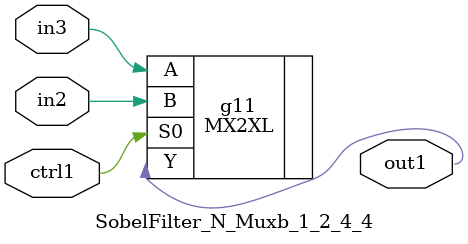
<source format=v>
`timescale 1ps / 1ps


module SobelFilter_N_Muxb_1_2_4_4(in3, in2, ctrl1, out1);
  input in3, in2, ctrl1;
  output out1;
  wire in3, in2, ctrl1;
  wire out1;
  MX2XL g11(.A (in3), .B (in2), .S0 (ctrl1), .Y (out1));
endmodule



</source>
